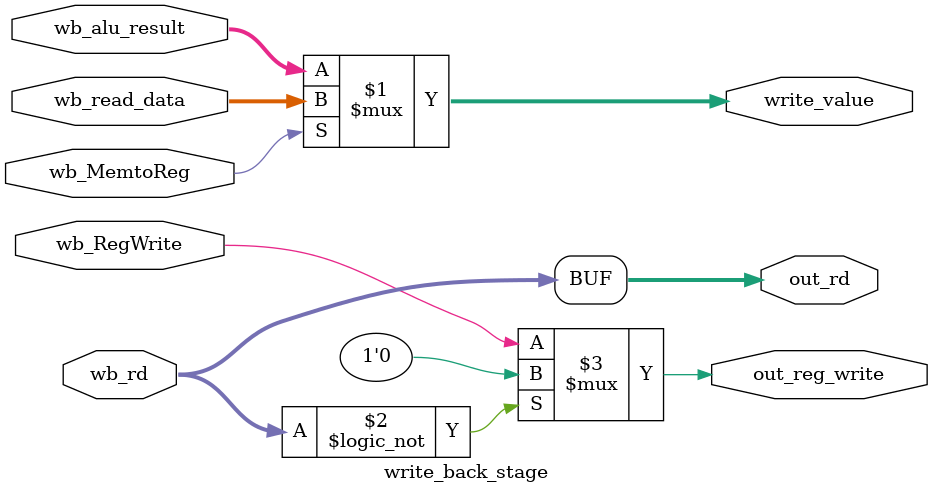
<source format=v>
`timescale 1ns / 1ps


module write_back_stage(
    input wire wb_RegWrite,
    input wire wb_MemtoReg,
    input wire [31:0] wb_alu_result,
    input wire [31:0] wb_read_data,
    input wire [4:0] wb_rd,
    output wire [31:0] write_value,
    output wire out_reg_write,
    output wire [4:0] out_rd
    );
    
    // When mem_to_reg is 1 (for lw), select wb_read_data.
    // When mem_to_reg is 0 (for R-type/addi), select wb_alu_result.
    assign write_value = (wb_MemtoReg) ? wb_read_data : wb_alu_result;
    
    assign out_reg_write = (wb_rd==5'b0)?1'b0:wb_RegWrite;
    assign out_rd = wb_rd;
endmodule

</source>
